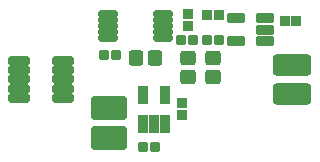
<source format=gts>
G04*
G04 #@! TF.GenerationSoftware,Altium Limited,Altium Designer,22.7.1 (60)*
G04*
G04 Layer_Color=8388736*
%FSLAX43Y43*%
%MOMM*%
G71*
G04*
G04 #@! TF.SameCoordinates,DF1E0758-EE3D-4B36-99E4-D52E4057D36D*
G04*
G04*
G04 #@! TF.FilePolarity,Negative*
G04*
G01*
G75*
G04:AMPARAMS|DCode=13|XSize=3.3mm|YSize=1.8mm|CornerRadius=0.338mm|HoleSize=0mm|Usage=FLASHONLY|Rotation=180.000|XOffset=0mm|YOffset=0mm|HoleType=Round|Shape=RoundedRectangle|*
%AMROUNDEDRECTD13*
21,1,3.300,1.125,0,0,180.0*
21,1,2.625,1.800,0,0,180.0*
1,1,0.675,-1.313,0.563*
1,1,0.675,1.313,0.563*
1,1,0.675,1.313,-0.563*
1,1,0.675,-1.313,-0.563*
%
%ADD13ROUNDEDRECTD13*%
G04:AMPARAMS|DCode=14|XSize=0.89mm|YSize=0.9mm|CornerRadius=0.224mm|HoleSize=0mm|Usage=FLASHONLY|Rotation=270.000|XOffset=0mm|YOffset=0mm|HoleType=Round|Shape=RoundedRectangle|*
%AMROUNDEDRECTD14*
21,1,0.890,0.453,0,0,270.0*
21,1,0.443,0.900,0,0,270.0*
1,1,0.447,-0.226,-0.221*
1,1,0.447,-0.226,0.221*
1,1,0.447,0.226,0.221*
1,1,0.447,0.226,-0.221*
%
%ADD14ROUNDEDRECTD14*%
G04:AMPARAMS|DCode=15|XSize=1.24mm|YSize=1.33mm|CornerRadius=0.268mm|HoleSize=0mm|Usage=FLASHONLY|Rotation=180.000|XOffset=0mm|YOffset=0mm|HoleType=Round|Shape=RoundedRectangle|*
%AMROUNDEDRECTD15*
21,1,1.240,0.795,0,0,180.0*
21,1,0.705,1.330,0,0,180.0*
1,1,0.535,-0.353,0.398*
1,1,0.535,0.353,0.398*
1,1,0.535,0.353,-0.398*
1,1,0.535,-0.353,-0.398*
%
%ADD15ROUNDEDRECTD15*%
G04:AMPARAMS|DCode=16|XSize=0.6mm|YSize=1.65mm|CornerRadius=0.188mm|HoleSize=0mm|Usage=FLASHONLY|Rotation=270.000|XOffset=0mm|YOffset=0mm|HoleType=Round|Shape=RoundedRectangle|*
%AMROUNDEDRECTD16*
21,1,0.600,1.275,0,0,270.0*
21,1,0.225,1.650,0,0,270.0*
1,1,0.375,-0.638,-0.113*
1,1,0.375,-0.638,0.113*
1,1,0.375,0.638,0.113*
1,1,0.375,0.638,-0.113*
%
%ADD16ROUNDEDRECTD16*%
G04:AMPARAMS|DCode=17|XSize=0.89mm|YSize=0.9mm|CornerRadius=0.224mm|HoleSize=0mm|Usage=FLASHONLY|Rotation=0.000|XOffset=0mm|YOffset=0mm|HoleType=Round|Shape=RoundedRectangle|*
%AMROUNDEDRECTD17*
21,1,0.890,0.453,0,0,0.0*
21,1,0.443,0.900,0,0,0.0*
1,1,0.447,0.221,-0.226*
1,1,0.447,-0.221,-0.226*
1,1,0.447,-0.221,0.226*
1,1,0.447,0.221,0.226*
%
%ADD17ROUNDEDRECTD17*%
G04:AMPARAMS|DCode=18|XSize=1.24mm|YSize=1.33mm|CornerRadius=0.268mm|HoleSize=0mm|Usage=FLASHONLY|Rotation=90.000|XOffset=0mm|YOffset=0mm|HoleType=Round|Shape=RoundedRectangle|*
%AMROUNDEDRECTD18*
21,1,1.240,0.795,0,0,90.0*
21,1,0.705,1.330,0,0,90.0*
1,1,0.535,0.398,0.353*
1,1,0.535,0.398,-0.353*
1,1,0.535,-0.398,-0.353*
1,1,0.535,-0.398,0.353*
%
%ADD18ROUNDEDRECTD18*%
G04:AMPARAMS|DCode=19|XSize=0.91mm|YSize=1.56mm|CornerRadius=0.226mm|HoleSize=0mm|Usage=FLASHONLY|Rotation=270.000|XOffset=0mm|YOffset=0mm|HoleType=Round|Shape=RoundedRectangle|*
%AMROUNDEDRECTD19*
21,1,0.910,1.108,0,0,270.0*
21,1,0.458,1.560,0,0,270.0*
1,1,0.453,-0.554,-0.229*
1,1,0.453,-0.554,0.229*
1,1,0.453,0.554,0.229*
1,1,0.453,0.554,-0.229*
%
%ADD19ROUNDEDRECTD19*%
G04:AMPARAMS|DCode=20|XSize=0.91mm|YSize=0.9mm|CornerRadius=0.225mm|HoleSize=0mm|Usage=FLASHONLY|Rotation=180.000|XOffset=0mm|YOffset=0mm|HoleType=Round|Shape=RoundedRectangle|*
%AMROUNDEDRECTD20*
21,1,0.910,0.450,0,0,180.0*
21,1,0.460,0.900,0,0,180.0*
1,1,0.450,-0.230,0.225*
1,1,0.450,0.230,0.225*
1,1,0.450,0.230,-0.225*
1,1,0.450,-0.230,-0.225*
%
%ADD20ROUNDEDRECTD20*%
G04:AMPARAMS|DCode=21|XSize=0.91mm|YSize=1.56mm|CornerRadius=0.226mm|HoleSize=0mm|Usage=FLASHONLY|Rotation=180.000|XOffset=0mm|YOffset=0mm|HoleType=Round|Shape=RoundedRectangle|*
%AMROUNDEDRECTD21*
21,1,0.910,1.108,0,0,180.0*
21,1,0.458,1.560,0,0,180.0*
1,1,0.453,-0.229,0.554*
1,1,0.453,0.229,0.554*
1,1,0.453,0.229,-0.554*
1,1,0.453,-0.229,-0.554*
%
%ADD21ROUNDEDRECTD21*%
G04:AMPARAMS|DCode=22|XSize=1.8mm|YSize=0.85mm|CornerRadius=0.219mm|HoleSize=0mm|Usage=FLASHONLY|Rotation=0.000|XOffset=0mm|YOffset=0mm|HoleType=Round|Shape=RoundedRectangle|*
%AMROUNDEDRECTD22*
21,1,1.800,0.413,0,0,0.0*
21,1,1.363,0.850,0,0,0.0*
1,1,0.438,0.681,-0.206*
1,1,0.438,-0.681,-0.206*
1,1,0.438,-0.681,0.206*
1,1,0.438,0.681,0.206*
%
%ADD22ROUNDEDRECTD22*%
G04:AMPARAMS|DCode=23|XSize=2.06mm|YSize=3.12mm|CornerRadius=0.37mm|HoleSize=0mm|Usage=FLASHONLY|Rotation=270.000|XOffset=0mm|YOffset=0mm|HoleType=Round|Shape=RoundedRectangle|*
%AMROUNDEDRECTD23*
21,1,2.060,2.380,0,0,270.0*
21,1,1.320,3.120,0,0,270.0*
1,1,0.740,-1.190,-0.660*
1,1,0.740,-1.190,0.660*
1,1,0.740,1.190,0.660*
1,1,0.740,1.190,-0.660*
%
%ADD23ROUNDEDRECTD23*%
D13*
X24125Y5275D02*
D03*
Y7717D02*
D03*
D14*
X15310Y11050D02*
D03*
Y12075D02*
D03*
X14875Y4500D02*
D03*
Y3475D02*
D03*
D15*
X12575Y8305D02*
D03*
X10975Y8305D02*
D03*
D16*
X8600Y12050D02*
D03*
X13200D02*
D03*
X8600Y11550D02*
D03*
Y11050D02*
D03*
Y10550D02*
D03*
Y10050D02*
D03*
X13200Y11550D02*
D03*
Y11050D02*
D03*
Y10550D02*
D03*
Y10050D02*
D03*
D17*
X9265Y8575D02*
D03*
X8240D02*
D03*
X14750Y9850D02*
D03*
X15775D02*
D03*
X17975Y9855D02*
D03*
X16950D02*
D03*
X11525Y800D02*
D03*
X12550Y800D02*
D03*
D18*
X15330Y6745D02*
D03*
X15330Y8345D02*
D03*
X17450Y6745D02*
D03*
X17450Y8345D02*
D03*
D19*
X19445Y9775D02*
D03*
X19445Y11675D02*
D03*
X21895Y11675D02*
D03*
X21895Y10725D02*
D03*
X21895Y9775D02*
D03*
D20*
X24525Y11475D02*
D03*
X23525Y11475D02*
D03*
X16950Y11930D02*
D03*
X17950Y11930D02*
D03*
D21*
X11525Y2750D02*
D03*
X12475D02*
D03*
X13425Y2750D02*
D03*
Y5200D02*
D03*
X11525Y5200D02*
D03*
D22*
X4800Y7300D02*
D03*
X4800Y5700D02*
D03*
X4800Y6500D02*
D03*
X4800Y4900D02*
D03*
X4800Y8100D02*
D03*
X1000Y4900D02*
D03*
X1000Y8100D02*
D03*
X1000Y6500D02*
D03*
X1000Y7300D02*
D03*
X1000Y5700D02*
D03*
D23*
X8620Y1530D02*
D03*
X8620Y4120D02*
D03*
M02*

</source>
